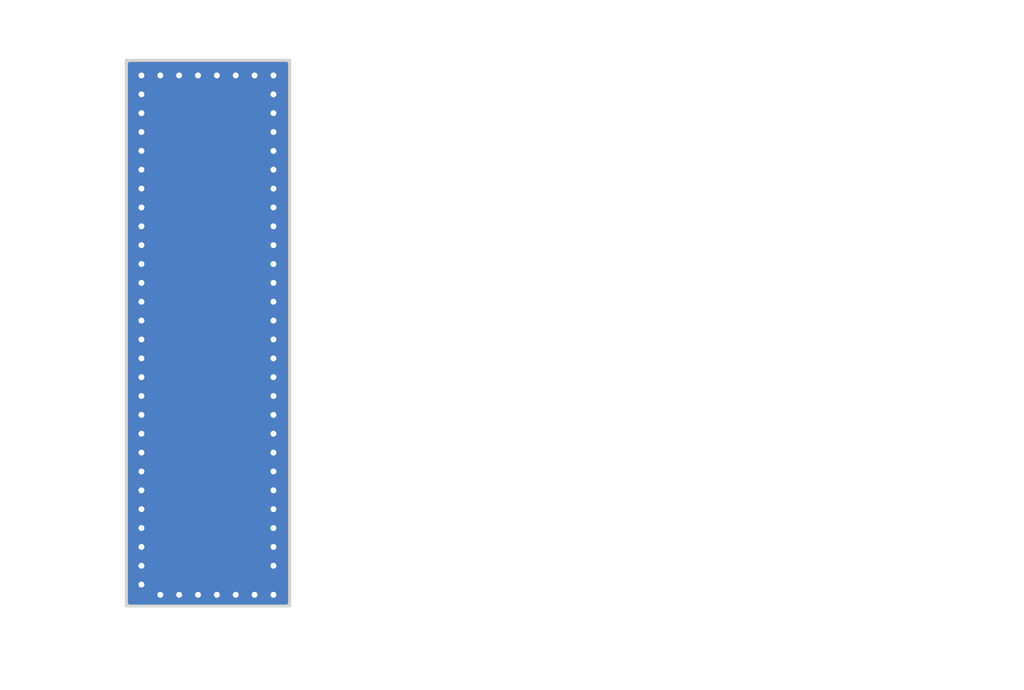
<source format=kicad_pcb>
(kicad_pcb (version 20171130) (host pcbnew "(2018-02-10 revision a04965c36)-makepkg")

  (general
    (thickness 1.6)
    (drawings 6)
    (tracks 136)
    (zones 0)
    (modules 1)
    (nets 2)
  )

  (page A4)
  (title_block
    (title NAME)
    (date "%d. %m. %Y")
    (rev REV)
    (company "Mlab www.mlab.cz")
    (comment 1 VERSION)
    (comment 2 "Short description\\nTwo lines are maximum")
    (comment 3 "nickname <email@example.com>")
  )

  (layers
    (0 F.Cu signal)
    (31 B.Cu signal)
    (34 B.Paste user)
    (36 B.SilkS user hide)
    (37 F.SilkS user hide)
    (38 B.Mask user hide)
    (39 F.Mask user hide)
    (44 Edge.Cuts user)
    (48 B.Fab user)
    (49 F.Fab user)
  )

  (setup
    (last_trace_width 0.25)
    (user_trace_width 0.3)
    (user_trace_width 0.4)
    (user_trace_width 0.5)
    (user_trace_width 0.6)
    (user_trace_width 0.7)
    (user_trace_width 0.8)
    (trace_clearance 0.2)
    (zone_clearance 0)
    (zone_45_only no)
    (trace_min 0.2)
    (segment_width 0.2)
    (edge_width 0.15)
    (via_size 0.8)
    (via_drill 0.4)
    (via_min_size 0.8)
    (via_min_drill 0.3)
    (uvia_size 0.3)
    (uvia_drill 0.1)
    (uvias_allowed no)
    (uvia_min_size 0.2)
    (uvia_min_drill 0.1)
    (pcb_text_width 0.3)
    (pcb_text_size 1.5 1.5)
    (mod_edge_width 0.15)
    (mod_text_size 1 1)
    (mod_text_width 0.15)
    (pad_size 6 6)
    (pad_drill 3)
    (pad_to_mask_clearance 0.2)
    (aux_axis_origin 0 0)
    (visible_elements 7FFFFF7F)
    (pcbplotparams
      (layerselection 0x010e0_ffffffff)
      (usegerberextensions false)
      (usegerberattributes false)
      (usegerberadvancedattributes false)
      (creategerberjobfile false)
      (excludeedgelayer true)
      (linewidth 0.150000)
      (plotframeref false)
      (viasonmask false)
      (mode 1)
      (useauxorigin false)
      (hpglpennumber 1)
      (hpglpenspeed 20)
      (hpglpendiameter 15)
      (psnegative false)
      (psa4output false)
      (plotreference true)
      (plotvalue true)
      (plotinvisibletext false)
      (padsonsilk false)
      (subtractmaskfromsilk false)
      (outputformat 1)
      (mirror false)
      (drillshape 0)
      (scaleselection 1)
      (outputdirectory ../cam_profi/))
  )

  (net 0 "")
  (net 1 GND)

  (net_class Default "This is the default net class."
    (clearance 0.2)
    (trace_width 0.25)
    (via_dia 0.8)
    (via_drill 0.4)
    (uvia_dia 0.3)
    (uvia_drill 0.1)
    (add_net GND)
  )

  (net_class MLAB_default ""
    (clearance 0.2)
    (trace_width 0.45)
    (via_dia 0.8)
    (via_drill 0.4)
    (uvia_dia 0.3)
    (uvia_drill 0.1)
  )

  (net_class MLAB_power ""
    (clearance 0.4)
    (trace_width 0.7)
    (via_dia 0.8)
    (via_drill 0.4)
    (uvia_dia 0.3)
    (uvia_drill 0.1)
  )

  (module Mlab_Pin_Headers:SMD_1_2x2 (layer F.Cu) (tedit 565FDD1E) (tstamp 5B7FC569)
    (at 10.795 -27.94)
    (path /5B6740AB)
    (fp_text reference J1 (at 0 5.6007) (layer F.SilkS) hide
      (effects (font (size 1 1) (thickness 0.15)))
    )
    (fp_text value HEADER_1x02 (at -0.2032 -1.778) (layer F.Fab) hide
      (effects (font (size 1 1) (thickness 0.15)))
    )
    (pad 2 smd rect (at 0 2.54) (size 2 1.2) (layers F.Cu F.Mask)
      (net 1 GND))
    (pad 1 smd rect (at 0 0) (size 2 1.2) (layers F.Cu F.Mask)
      (net 1 GND))
  )

  (gr_poly (pts (xy 5.08 -39.37) (xy 16.51 -39.37) (xy 16.51 -1.905) (xy 5.08 -1.905)) (layer F.Mask) (width 0.15))
  (gr_poly (pts (xy 5.08 -39.37) (xy 16.51 -39.37) (xy 16.51 -1.905) (xy 5.08 -1.905)) (layer B.Mask) (width 0.15))
  (gr_line (start 5.334 -39.116) (end 16.334 -39.116) (layer Edge.Cuts) (width 0.2))
  (gr_line (start 5.334 -39.116) (end 5.334 -2.37) (layer Edge.Cuts) (width 0.2))
  (gr_line (start 5.334 -2.37) (end 16.334 -2.37) (layer Edge.Cuts) (width 0.2))
  (gr_line (start 16.334 -39.116) (end 16.334 -2.37) (layer Edge.Cuts) (width 0.2))

  (segment (start 15.24 -36.83) (end 15.24 -38.1) (width 0.25) (layer B.Cu) (net 1))
  (via (at 15.24 -38.1) (size 0.8) (drill 0.4) (layers F.Cu B.Cu) (net 1))
  (segment (start 15.24 -35.56) (end 15.24 -36.83) (width 0.25) (layer F.Cu) (net 1))
  (via (at 15.24 -36.83) (size 0.8) (drill 0.4) (layers F.Cu B.Cu) (net 1))
  (segment (start 15.24 -34.29) (end 15.24 -35.56) (width 0.25) (layer B.Cu) (net 1))
  (via (at 15.24 -35.56) (size 0.8) (drill 0.4) (layers F.Cu B.Cu) (net 1))
  (segment (start 15.24 -33.02) (end 15.24 -34.29) (width 0.25) (layer F.Cu) (net 1))
  (via (at 15.24 -34.29) (size 0.8) (drill 0.4) (layers F.Cu B.Cu) (net 1))
  (segment (start 15.24 -31.75) (end 15.24 -33.02) (width 0.25) (layer B.Cu) (net 1))
  (via (at 15.24 -33.02) (size 0.8) (drill 0.4) (layers F.Cu B.Cu) (net 1))
  (segment (start 15.24 -30.48) (end 15.24 -31.75) (width 0.25) (layer F.Cu) (net 1))
  (via (at 15.24 -31.75) (size 0.8) (drill 0.4) (layers F.Cu B.Cu) (net 1))
  (segment (start 15.24 -29.21) (end 15.24 -30.48) (width 0.25) (layer B.Cu) (net 1))
  (via (at 15.24 -30.48) (size 0.8) (drill 0.4) (layers F.Cu B.Cu) (net 1))
  (segment (start 15.24 -27.94) (end 15.24 -29.21) (width 0.25) (layer F.Cu) (net 1))
  (via (at 15.24 -29.21) (size 0.8) (drill 0.4) (layers F.Cu B.Cu) (net 1))
  (segment (start 15.24 -26.67) (end 15.24 -27.94) (width 0.25) (layer B.Cu) (net 1))
  (via (at 15.24 -27.94) (size 0.8) (drill 0.4) (layers F.Cu B.Cu) (net 1))
  (segment (start 15.24 -25.4) (end 15.24 -26.67) (width 0.25) (layer F.Cu) (net 1))
  (via (at 15.24 -26.67) (size 0.8) (drill 0.4) (layers F.Cu B.Cu) (net 1))
  (segment (start 15.24 -24.13) (end 15.24 -25.4) (width 0.25) (layer B.Cu) (net 1))
  (via (at 15.24 -25.4) (size 0.8) (drill 0.4) (layers F.Cu B.Cu) (net 1))
  (segment (start 15.24 -22.86) (end 15.24 -24.13) (width 0.25) (layer F.Cu) (net 1))
  (via (at 15.24 -24.13) (size 0.8) (drill 0.4) (layers F.Cu B.Cu) (net 1))
  (segment (start 15.24 -21.59) (end 15.24 -22.86) (width 0.25) (layer B.Cu) (net 1))
  (via (at 15.24 -22.86) (size 0.8) (drill 0.4) (layers F.Cu B.Cu) (net 1))
  (segment (start 15.24 -20.32) (end 15.24 -21.59) (width 0.25) (layer F.Cu) (net 1))
  (via (at 15.24 -21.59) (size 0.8) (drill 0.4) (layers F.Cu B.Cu) (net 1))
  (segment (start 15.24 -19.05) (end 15.24 -20.32) (width 0.25) (layer B.Cu) (net 1))
  (via (at 15.24 -20.32) (size 0.8) (drill 0.4) (layers F.Cu B.Cu) (net 1))
  (segment (start 15.24 -17.78) (end 15.24 -19.05) (width 0.25) (layer F.Cu) (net 1))
  (via (at 15.24 -19.05) (size 0.8) (drill 0.4) (layers F.Cu B.Cu) (net 1))
  (segment (start 15.24 -16.51) (end 15.24 -17.78) (width 0.25) (layer B.Cu) (net 1))
  (via (at 15.24 -17.78) (size 0.8) (drill 0.4) (layers F.Cu B.Cu) (net 1))
  (segment (start 15.24 -15.24) (end 15.24 -16.51) (width 0.25) (layer F.Cu) (net 1))
  (via (at 15.24 -16.51) (size 0.8) (drill 0.4) (layers F.Cu B.Cu) (net 1))
  (segment (start 15.24 -13.97) (end 15.24 -15.24) (width 0.25) (layer B.Cu) (net 1))
  (via (at 15.24 -15.24) (size 0.8) (drill 0.4) (layers F.Cu B.Cu) (net 1))
  (segment (start 15.24 -12.7) (end 15.24 -13.97) (width 0.25) (layer F.Cu) (net 1))
  (via (at 15.24 -13.97) (size 0.8) (drill 0.4) (layers F.Cu B.Cu) (net 1))
  (segment (start 15.24 -11.43) (end 15.24 -12.7) (width 0.25) (layer B.Cu) (net 1))
  (via (at 15.24 -12.7) (size 0.8) (drill 0.4) (layers F.Cu B.Cu) (net 1))
  (segment (start 15.24 -10.16) (end 15.24 -11.43) (width 0.25) (layer F.Cu) (net 1))
  (via (at 15.24 -11.43) (size 0.8) (drill 0.4) (layers F.Cu B.Cu) (net 1))
  (segment (start 15.24 -8.89) (end 15.24 -10.16) (width 0.25) (layer B.Cu) (net 1))
  (via (at 15.24 -10.16) (size 0.8) (drill 0.4) (layers F.Cu B.Cu) (net 1))
  (segment (start 15.24 -7.62) (end 15.24 -8.89) (width 0.25) (layer F.Cu) (net 1))
  (via (at 15.24 -8.89) (size 0.8) (drill 0.4) (layers F.Cu B.Cu) (net 1))
  (segment (start 15.24 -6.35) (end 15.24 -7.62) (width 0.25) (layer B.Cu) (net 1))
  (via (at 15.24 -7.62) (size 0.8) (drill 0.4) (layers F.Cu B.Cu) (net 1))
  (segment (start 15.24 -5.08) (end 15.24 -6.35) (width 0.25) (layer F.Cu) (net 1))
  (via (at 15.24 -6.35) (size 0.8) (drill 0.4) (layers F.Cu B.Cu) (net 1))
  (segment (start 15.24 -3.124) (end 15.24 -5.08) (width 0.25) (layer B.Cu) (net 1))
  (via (at 15.24 -5.08) (size 0.8) (drill 0.4) (layers F.Cu B.Cu) (net 1))
  (segment (start 13.97 -3.124) (end 15.24 -3.124) (width 0.25) (layer F.Cu) (net 1))
  (via (at 15.24 -3.124) (size 0.8) (drill 0.4) (layers F.Cu B.Cu) (net 1))
  (segment (start 12.7 -3.124) (end 13.97 -3.124) (width 0.25) (layer B.Cu) (net 1))
  (via (at 13.97 -3.124) (size 0.8) (drill 0.4) (layers F.Cu B.Cu) (net 1))
  (segment (start 11.43 -3.124) (end 12.7 -3.124) (width 0.25) (layer F.Cu) (net 1))
  (via (at 12.7 -3.124) (size 0.8) (drill 0.4) (layers F.Cu B.Cu) (net 1))
  (segment (start 10.16 -3.124) (end 11.43 -3.124) (width 0.25) (layer B.Cu) (net 1))
  (via (at 11.43 -3.124) (size 0.8) (drill 0.4) (layers F.Cu B.Cu) (net 1))
  (segment (start 8.89 -3.124) (end 10.16 -3.124) (width 0.25) (layer F.Cu) (net 1))
  (via (at 10.16 -3.124) (size 0.8) (drill 0.4) (layers F.Cu B.Cu) (net 1))
  (segment (start 7.62 -3.124) (end 8.89 -3.124) (width 0.25) (layer B.Cu) (net 1))
  (via (at 8.89 -3.124) (size 0.8) (drill 0.4) (layers F.Cu B.Cu) (net 1))
  (segment (start 6.934 -3.81) (end 7.62 -3.124) (width 0.25) (layer F.Cu) (net 1))
  (segment (start 6.35 -3.81) (end 6.934 -3.81) (width 0.25) (layer F.Cu) (net 1))
  (via (at 7.62 -3.124) (size 0.8) (drill 0.4) (layers F.Cu B.Cu) (net 1))
  (segment (start 6.35 -5.08) (end 6.35 -3.81) (width 0.25) (layer B.Cu) (net 1))
  (via (at 6.35 -3.81) (size 0.8) (drill 0.4) (layers F.Cu B.Cu) (net 1))
  (segment (start 6.35 -27.94) (end 6.35 -26.67) (width 0.25) (layer F.Cu) (net 1))
  (via (at 6.35 -26.67) (size 0.8) (drill 0.4) (layers F.Cu B.Cu) (net 1))
  (segment (start 6.35 -29.21) (end 6.35 -27.94) (width 0.25) (layer B.Cu) (net 1))
  (via (at 6.35 -27.94) (size 0.8) (drill 0.4) (layers F.Cu B.Cu) (net 1))
  (segment (start 6.35 -30.48) (end 6.35 -29.21) (width 0.25) (layer F.Cu) (net 1))
  (via (at 6.35 -29.21) (size 0.8) (drill 0.4) (layers F.Cu B.Cu) (net 1))
  (segment (start 6.35 -31.75) (end 6.35 -30.48) (width 0.25) (layer B.Cu) (net 1))
  (via (at 6.35 -30.48) (size 0.8) (drill 0.4) (layers F.Cu B.Cu) (net 1))
  (segment (start 6.35 -33.02) (end 6.35 -31.75) (width 0.25) (layer F.Cu) (net 1))
  (via (at 6.35 -31.75) (size 0.8) (drill 0.4) (layers F.Cu B.Cu) (net 1))
  (segment (start 6.35 -34.29) (end 6.35 -33.02) (width 0.25) (layer B.Cu) (net 1))
  (via (at 6.35 -33.02) (size 0.8) (drill 0.4) (layers F.Cu B.Cu) (net 1))
  (segment (start 6.35 -35.56) (end 6.35 -34.29) (width 0.25) (layer F.Cu) (net 1))
  (via (at 6.35 -34.29) (size 0.8) (drill 0.4) (layers F.Cu B.Cu) (net 1))
  (segment (start 6.35 -36.83) (end 6.35 -35.56) (width 0.25) (layer B.Cu) (net 1))
  (via (at 6.35 -35.56) (size 0.8) (drill 0.4) (layers F.Cu B.Cu) (net 1))
  (segment (start 6.35 -38.1) (end 6.35 -36.83) (width 0.25) (layer F.Cu) (net 1))
  (via (at 6.35 -36.83) (size 0.8) (drill 0.4) (layers F.Cu B.Cu) (net 1))
  (segment (start 7.62 -38.1) (end 6.35 -38.1) (width 0.25) (layer B.Cu) (net 1))
  (via (at 6.35 -38.1) (size 0.8) (drill 0.4) (layers F.Cu B.Cu) (net 1))
  (segment (start 8.89 -38.1) (end 7.62 -38.1) (width 0.25) (layer F.Cu) (net 1))
  (via (at 7.62 -38.1) (size 0.8) (drill 0.4) (layers F.Cu B.Cu) (net 1))
  (segment (start 10.16 -38.1) (end 8.89 -38.1) (width 0.25) (layer B.Cu) (net 1))
  (via (at 8.89 -38.1) (size 0.8) (drill 0.4) (layers F.Cu B.Cu) (net 1))
  (segment (start 11.43 -38.1) (end 10.16 -38.1) (width 0.25) (layer F.Cu) (net 1))
  (via (at 10.16 -38.1) (size 0.8) (drill 0.4) (layers F.Cu B.Cu) (net 1))
  (segment (start 12.7 -38.1) (end 11.43 -38.1) (width 0.25) (layer B.Cu) (net 1))
  (via (at 11.43 -38.1) (size 0.8) (drill 0.4) (layers F.Cu B.Cu) (net 1))
  (segment (start 13.97 -38.1) (end 12.7 -38.1) (width 0.25) (layer F.Cu) (net 1))
  (via (at 12.7 -38.1) (size 0.8) (drill 0.4) (layers F.Cu B.Cu) (net 1))
  (via (at 13.97 -38.1) (size 0.8) (drill 0.4) (layers F.Cu B.Cu) (net 1))
  (segment (start 6.35 -24.13) (end 6.35 -25.4) (width 0.25) (layer F.Cu) (net 1))
  (via (at 6.35 -25.4) (size 0.8) (drill 0.4) (layers F.Cu B.Cu) (net 1))
  (segment (start 6.35 -22.86) (end 6.35 -24.13) (width 0.25) (layer B.Cu) (net 1))
  (via (at 6.35 -24.13) (size 0.8) (drill 0.4) (layers F.Cu B.Cu) (net 1))
  (segment (start 6.35 -21.59) (end 6.35 -22.86) (width 0.25) (layer F.Cu) (net 1))
  (via (at 6.35 -22.86) (size 0.8) (drill 0.4) (layers F.Cu B.Cu) (net 1))
  (segment (start 6.35 -20.32) (end 6.35 -21.59) (width 0.25) (layer B.Cu) (net 1))
  (via (at 6.35 -21.59) (size 0.8) (drill 0.4) (layers F.Cu B.Cu) (net 1))
  (segment (start 6.35 -19.05) (end 6.35 -20.32) (width 0.25) (layer F.Cu) (net 1))
  (via (at 6.35 -20.32) (size 0.8) (drill 0.4) (layers F.Cu B.Cu) (net 1))
  (segment (start 6.35 -17.78) (end 6.35 -19.05) (width 0.25) (layer B.Cu) (net 1))
  (via (at 6.35 -19.05) (size 0.8) (drill 0.4) (layers F.Cu B.Cu) (net 1))
  (segment (start 6.35 -16.51) (end 6.35 -17.78) (width 0.25) (layer F.Cu) (net 1))
  (via (at 6.35 -17.78) (size 0.8) (drill 0.4) (layers F.Cu B.Cu) (net 1))
  (segment (start 6.35 -15.24) (end 6.35 -16.51) (width 0.25) (layer B.Cu) (net 1))
  (via (at 6.35 -16.51) (size 0.8) (drill 0.4) (layers F.Cu B.Cu) (net 1))
  (segment (start 6.35 -13.97) (end 6.35 -15.24) (width 0.25) (layer F.Cu) (net 1))
  (via (at 6.35 -15.24) (size 0.8) (drill 0.4) (layers F.Cu B.Cu) (net 1))
  (segment (start 6.35 -12.7) (end 6.35 -13.97) (width 0.25) (layer B.Cu) (net 1))
  (via (at 6.35 -13.97) (size 0.8) (drill 0.4) (layers F.Cu B.Cu) (net 1))
  (segment (start 6.35 -11.43) (end 6.35 -12.7) (width 0.25) (layer F.Cu) (net 1))
  (via (at 6.35 -12.7) (size 0.8) (drill 0.4) (layers F.Cu B.Cu) (net 1))
  (segment (start 6.35 -10.16) (end 6.35 -11.43) (width 0.25) (layer B.Cu) (net 1))
  (via (at 6.35 -11.43) (size 0.8) (drill 0.4) (layers F.Cu B.Cu) (net 1))
  (segment (start 6.35 -8.89) (end 6.35 -10.16) (width 0.25) (layer F.Cu) (net 1))
  (via (at 6.35 -10.16) (size 0.8) (drill 0.4) (layers F.Cu B.Cu) (net 1))
  (segment (start 6.35 -7.62) (end 6.35 -8.89) (width 0.25) (layer B.Cu) (net 1))
  (via (at 6.35 -8.89) (size 0.8) (drill 0.4) (layers F.Cu B.Cu) (net 1))
  (segment (start 6.35 -6.35) (end 6.35 -7.62) (width 0.25) (layer F.Cu) (net 1))
  (via (at 6.35 -7.62) (size 0.8) (drill 0.4) (layers F.Cu B.Cu) (net 1))
  (segment (start 6.35 -5.08) (end 6.35 -6.35) (width 0.25) (layer B.Cu) (net 1))
  (via (at 6.35 -6.35) (size 0.8) (drill 0.4) (layers F.Cu B.Cu) (net 1))
  (segment (start 6.35 -3.124) (end 6.35 -5.08) (width 0.25) (layer F.Cu) (net 1))
  (via (at 6.35 -5.08) (size 0.8) (drill 0.4) (layers F.Cu B.Cu) (net 1))

  (zone (net 1) (net_name GND) (layer B.Cu) (tstamp 0) (hatch edge 0.508)
    (connect_pads yes (clearance 0))
    (min_thickness 0.254)
    (fill yes (arc_segments 16) (thermal_gap 0.208) (thermal_bridge_width 0.208))
    (polygon
      (pts
        (xy -1.016 -41.91) (xy -0.762 0.762) (xy 61.468 0.762) (xy 61.722 -41.148)
      )
    )
    (filled_polygon
      (pts
        (xy 16.107001 -2.597) (xy 5.561 -2.597) (xy 5.561 -38.889) (xy 16.107 -38.889)
      )
    )
  )
  (zone (net 1) (net_name GND) (layer F.Cu) (tstamp 0) (hatch edge 0.508)
    (priority 1)
    (connect_pads yes (clearance 0))
    (min_thickness 0.254)
    (fill yes (arc_segments 16) (thermal_gap 0.508) (thermal_bridge_width 0.508))
    (polygon
      (pts
        (xy -3.175 -43.18) (xy 63.373 -42.672) (xy 65.786 3.302) (xy -3.175 3.175)
      )
    )
    (filled_polygon
      (pts
        (xy 16.107001 -2.597) (xy 5.561 -2.597) (xy 5.561 -38.889) (xy 16.107 -38.889)
      )
    )
  )
)

</source>
